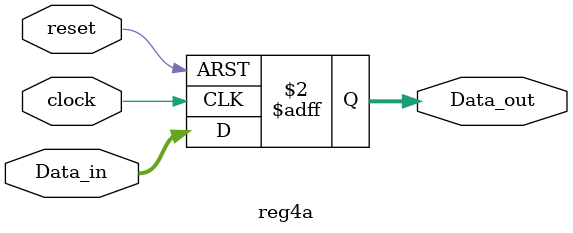
<source format=sv>
module reg4a ( 

input  [3:0] Data_in,
input  clock, reset,
output  [3:0] Data_out);

always_ff @ ( posedge reset or posedge clock) 
	if (reset) Data_out <= 4'b0;

else Data_out <= Data_in;

endmodule
</source>
